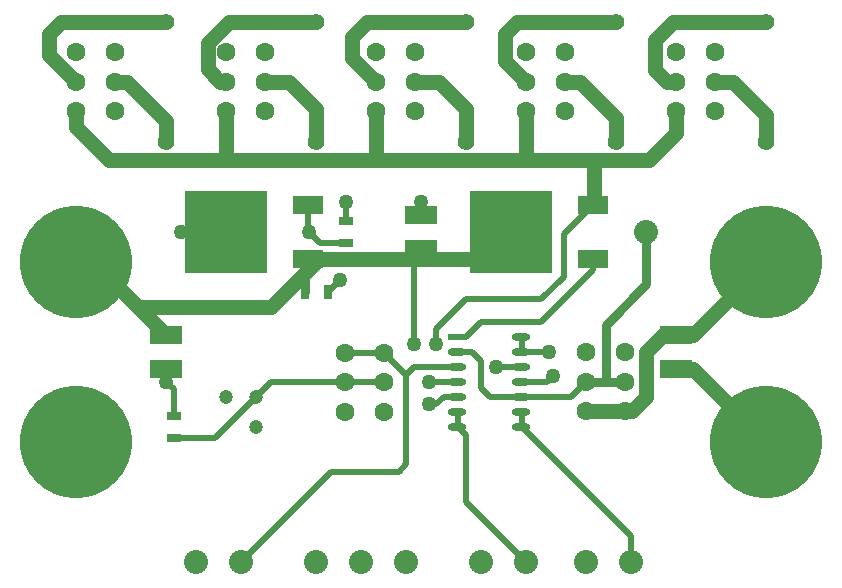
<source format=gtl>
%FSLAX25Y25*%
%MOIN*%
G70*
G01*
G75*
G04 Layer_Physical_Order=1*
G04 Layer_Color=255*
%ADD10O,0.06102X0.02362*%
%ADD11R,0.06102X0.02362*%
%ADD12R,0.09843X0.05906*%
%ADD13R,0.27559X0.27559*%
%ADD14R,0.05118X0.02756*%
%ADD15R,0.10630X0.06299*%
%ADD16R,0.02756X0.05118*%
%ADD17C,0.02000*%
%ADD18C,0.05000*%
%ADD19C,0.03000*%
%ADD20C,0.37500*%
%ADD21C,0.08000*%
%ADD22C,0.06299*%
%ADD23C,0.04724*%
%ADD24C,0.05512*%
%ADD25C,0.05000*%
D10*
X738130Y195000D02*
D03*
Y200000D02*
D03*
Y205000D02*
D03*
Y210000D02*
D03*
Y215000D02*
D03*
Y220000D02*
D03*
Y225000D02*
D03*
X716870Y195000D02*
D03*
Y200000D02*
D03*
Y205000D02*
D03*
Y210000D02*
D03*
Y215000D02*
D03*
Y220000D02*
D03*
D11*
Y225000D02*
D03*
D12*
X762165Y269055D02*
D03*
Y250945D02*
D03*
X667165Y269055D02*
D03*
Y250945D02*
D03*
D13*
X735000Y260000D02*
D03*
X640000D02*
D03*
D14*
X622500Y198740D02*
D03*
Y191260D02*
D03*
X680000Y263740D02*
D03*
Y256260D02*
D03*
D15*
X705000Y254488D02*
D03*
Y265512D02*
D03*
X620000Y225512D02*
D03*
Y214488D02*
D03*
X790000D02*
D03*
Y225512D02*
D03*
D16*
X673740Y240000D02*
D03*
X666260D02*
D03*
D17*
X674000D02*
X678000Y244000D01*
X738630Y195000D02*
X775000Y158630D01*
Y150000D02*
Y158630D01*
X720000Y170000D02*
X740000Y150000D01*
X645000D02*
X675000Y180000D01*
X762165Y247165D02*
Y250945D01*
X745000Y230000D02*
X762165Y247165D01*
X725000Y230000D02*
X745000D01*
X752500Y245000D02*
Y259390D01*
X745000Y237500D02*
X752500Y245000D01*
X720000Y237500D02*
X745000D01*
X752500Y259390D02*
X762165Y269055D01*
X710000Y222500D02*
Y227500D01*
X720000Y237500D01*
X702500Y222500D02*
Y250945D01*
X712500Y205000D02*
X717370D01*
X710000Y202500D02*
X712500Y205000D01*
X707500Y202500D02*
X710000D01*
X707500Y210000D02*
X717370D01*
X700000Y212343D02*
X702658Y215000D01*
X692658Y219685D02*
X700000Y212343D01*
Y182500D02*
Y212343D01*
X697500Y180000D02*
X700000Y182500D01*
X720000Y225000D02*
X725000Y230000D01*
X717370Y225000D02*
X720000D01*
X680000Y263740D02*
Y270000D01*
X673740Y240000D02*
X674000D01*
X738630Y220000D02*
X747500D01*
X738630D02*
Y225000D01*
X730000Y215000D02*
X738630D01*
X655000Y210000D02*
X692500D01*
X675000Y180000D02*
X697500D01*
X650000Y205000D02*
X655000Y210000D01*
X636260Y191260D02*
X650000Y205000D01*
X622500Y191260D02*
X636260D01*
X620000Y210000D02*
X622500Y207500D01*
Y198740D02*
Y207500D01*
X667500Y260000D02*
X671240Y256260D01*
X667165Y260335D02*
X667500Y260000D01*
X671240Y256260D02*
X680000D01*
X667165Y260335D02*
Y269055D01*
X680000Y219685D02*
X692658D01*
X702658Y215000D02*
X717370D01*
Y195000D02*
X720000Y192370D01*
Y170000D02*
Y192370D01*
X717370Y195000D02*
Y200000D01*
X738630Y195000D02*
Y200000D01*
X747000Y210000D02*
X749000Y212000D01*
X738630Y210000D02*
X747000D01*
X728000Y205000D02*
X754843D01*
X760000Y210157D01*
X725000Y208000D02*
X728000Y205000D01*
X725000Y208000D02*
Y217000D01*
X722000Y220000D02*
X725000Y217000D01*
X719370Y220000D02*
X722000D01*
D18*
X780000D02*
X785512Y225512D01*
X780000Y205000D02*
Y220000D01*
X775315Y200315D02*
X780000Y205000D01*
X790000Y214488D02*
X795512D01*
X820000Y190000D01*
X610512Y235000D02*
X620000Y225512D01*
X702500Y250945D02*
X725945D01*
X667165D02*
X702500D01*
X762500Y284000D02*
X781000D01*
X740000D02*
X762500D01*
X762165Y269055D02*
X762500Y269390D01*
Y284000D01*
X790000Y225512D02*
X795512D01*
X820000Y250000D01*
X760000Y200315D02*
X772992D01*
X620000Y290000D02*
Y297000D01*
X606843Y310157D02*
X620000Y297000D01*
X602992Y310157D02*
X606843D01*
X670000Y290000D02*
Y301000D01*
X660843Y310157D02*
X670000Y301000D01*
X652992Y310157D02*
X660843D01*
X720000Y290000D02*
Y301000D01*
X710843Y310157D02*
X720000Y301000D01*
X702992Y310157D02*
X710843D01*
X770000Y290000D02*
Y298000D01*
X757843Y310157D02*
X770000Y298000D01*
X752992Y310157D02*
X757843D01*
X737000Y330000D02*
X770000D01*
X733000Y326000D02*
X737000Y330000D01*
X733000Y317157D02*
Y326000D01*
Y317157D02*
X740000Y310157D01*
X687000Y330000D02*
X720000D01*
X682000Y325000D02*
X687000Y330000D01*
X682000Y318157D02*
Y325000D01*
Y318157D02*
X690000Y310157D01*
X640912Y330000D02*
X670000D01*
X633750Y322838D02*
X640912Y330000D01*
X633750Y314250D02*
Y322838D01*
Y314250D02*
X637843Y310157D01*
X640000D01*
X585000Y330000D02*
X620000D01*
X581000Y326000D02*
X585000Y330000D01*
X581000Y319157D02*
Y326000D01*
Y319157D02*
X590000Y310157D01*
X690000Y284000D02*
X740000D01*
Y300315D01*
X640000Y284000D02*
X690000D01*
Y300315D01*
X601000Y284000D02*
X640000D01*
Y300315D01*
X790000Y293000D02*
Y300315D01*
X781000Y284000D02*
X790000Y293000D01*
X590000Y295000D02*
X601000Y284000D01*
X590000Y295000D02*
Y300315D01*
X789000Y330000D02*
X820000D01*
X783000Y324000D02*
X789000Y330000D01*
X783000Y314000D02*
Y324000D01*
Y314000D02*
X786843Y310157D01*
X790000D01*
X802992D02*
X808843D01*
X820000Y299000D01*
Y290000D02*
Y299000D01*
X665000Y245000D02*
X670000Y250000D01*
X655000Y235000D02*
X665000Y245000D01*
X725945Y250945D02*
X735000Y260000D01*
X610512Y235000D02*
X655000D01*
X595512Y250000D02*
X610512Y235000D01*
X590000Y250000D02*
X595512D01*
D19*
X772992Y200315D02*
X775315D01*
X766496Y210157D02*
X772992D01*
X760000D02*
X766496D01*
Y228996D01*
X780000Y242500D01*
Y260000D01*
X785512Y225512D02*
X790000D01*
X665000Y245000D02*
X666260Y243740D01*
Y240000D02*
Y243740D01*
X620000Y210000D02*
Y214488D01*
D20*
X820000Y190000D02*
D03*
X590000D02*
D03*
Y250000D02*
D03*
X820000D02*
D03*
D21*
X630000Y150000D02*
D03*
X670000D02*
D03*
X700000D02*
D03*
X685000D02*
D03*
X645000D02*
D03*
X780000Y260000D02*
D03*
X740000Y150000D02*
D03*
X725000D02*
D03*
X775000D02*
D03*
X760000D02*
D03*
D22*
X692500Y200000D02*
D03*
Y209843D02*
D03*
Y219685D02*
D03*
X679508D02*
D03*
Y209843D02*
D03*
Y200000D02*
D03*
X760000Y220000D02*
D03*
Y210157D02*
D03*
Y200315D02*
D03*
X772992D02*
D03*
Y210157D02*
D03*
Y220000D02*
D03*
X640000Y320000D02*
D03*
Y310157D02*
D03*
Y300315D02*
D03*
X652992D02*
D03*
Y310157D02*
D03*
Y320000D02*
D03*
X690000D02*
D03*
Y310157D02*
D03*
Y300315D02*
D03*
X702992D02*
D03*
Y310157D02*
D03*
Y320000D02*
D03*
X740000D02*
D03*
Y310157D02*
D03*
Y300315D02*
D03*
X752992D02*
D03*
Y310157D02*
D03*
Y320000D02*
D03*
X590000D02*
D03*
Y310157D02*
D03*
Y300315D02*
D03*
X602992D02*
D03*
Y310157D02*
D03*
Y320000D02*
D03*
X790000D02*
D03*
Y310157D02*
D03*
Y300315D02*
D03*
X802992D02*
D03*
Y310157D02*
D03*
Y320000D02*
D03*
D23*
X650000Y195000D02*
D03*
Y205000D02*
D03*
X640000D02*
D03*
D24*
X820000Y290000D02*
D03*
Y330000D02*
D03*
X720000Y290000D02*
D03*
Y330000D02*
D03*
X770000Y290000D02*
D03*
Y330000D02*
D03*
X620000Y290000D02*
D03*
Y330000D02*
D03*
X670000Y290000D02*
D03*
Y330000D02*
D03*
D25*
X710000Y222500D02*
D03*
X702500D02*
D03*
X707500Y202500D02*
D03*
Y210000D02*
D03*
X678000Y244000D02*
D03*
X747500Y220000D02*
D03*
X730000Y215000D02*
D03*
X667500Y260000D02*
D03*
X749000Y212000D02*
D03*
X620000Y210000D02*
D03*
X680000Y270000D02*
D03*
X705000D02*
D03*
X625000Y260000D02*
D03*
M02*

</source>
